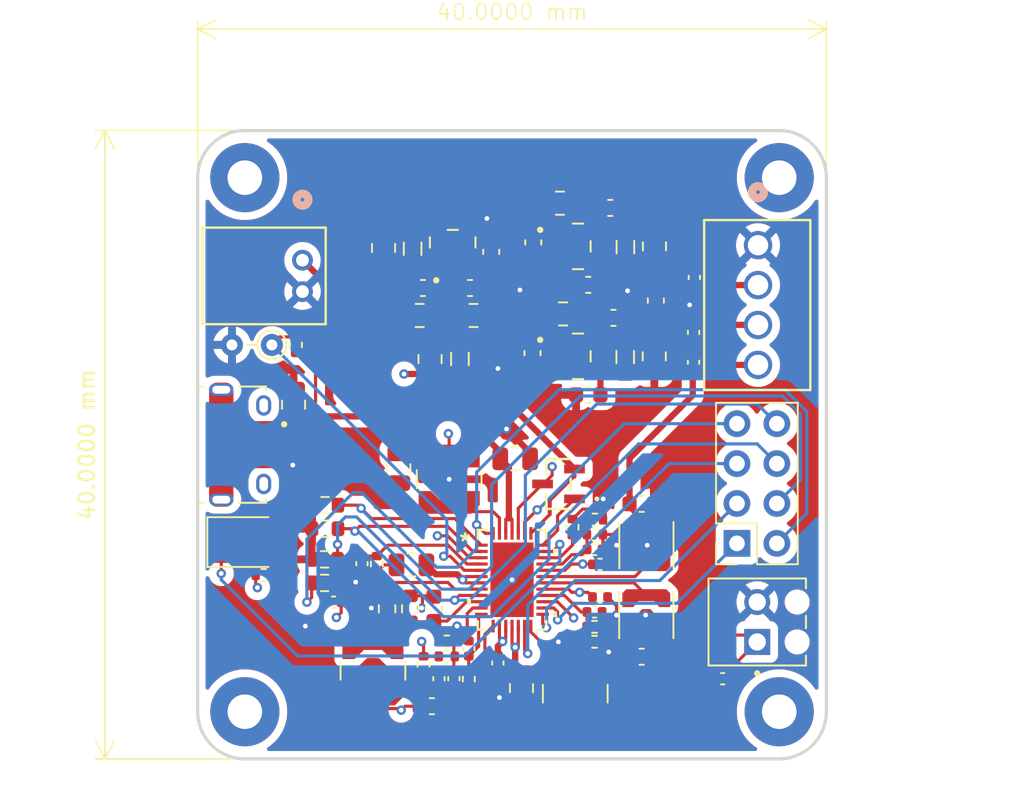
<source format=kicad_pcb>
(kicad_pcb (version 20241229) (generator "pcbnew") (generator_version "9.0")
  (layers (0 "F.Cu" signal) (4 "In1.Cu" signal) (6 "In2.Cu" signal) (2 "B.Cu" signal) (13 "F.Paste" user) (15 "B.Paste" user) (5 "F.SilkS" user "F.Silkscreen") (7 "B.SilkS" user "B.Silkscreen") (1 "F.Mask" user) (3 "B.Mask" user) (25 "Edge.Cuts" user))
  (net 0 "")
  (net 1 "GND")
  (net 2 "/PWRIN")
  (net 3 "/CLPROG")
  (net 4 "/VC3")
  (net 5 "/FB3")
  (net 6 "Net-(C5-Pad1)")
  (net 7 "Net-(C6-Pad1)")
  (net 8 "/VIN1")
  (net 9 "+3V3HC")
  (net 10 "+5V")
  (net 11 "/FB4")
  (net 12 "/FB1")
  (net 13 "/FB2")
  (net 14 "-5V")
  (net 15 "Net-(U2-CFLY+)")
  (net 16 "Net-(U2-CFLY-)")
  (net 17 "Net-(U2-IN)")
  (net 18 "Net-(U4-NR)")
  (net 19 "Net-(U3-NR{slash}FB)")
  (net 20 "-2V5")
  (net 21 "+2V5")
  (net 22 "Net-(U2-OUT)")
  (net 23 "Net-(U3-OUT)")
  (net 24 "Net-(U4-OUT)")
  (net 25 "Net-(D1-A)")
  (net 26 "/NCHRG")
  (net 27 "/MODE")
  (net 28 "/ILIM1")
  (net 29 "/NFAULT")
  (net 30 "/EN1")
  (net 31 "/EN3")
  (net 32 "/EN2")
  (net 33 "/EN4")
  (net 34 "/ILIM0")
  (net 35 "/BAT")
  (net 45 "/SW")
  (net 46 "/SWAB3")
  (net 47 "/SWCD3")
  (net 48 "/SW1")
  (net 49 "/SW2")
  (net 50 "/SW4")
  (net 51 "/GATE")
  (net 52 "/LDO3V3")
  (net 53 "/NTC")
  (net 54 "/PROG")
  (net 55 "+3V3_UC")
  (net 56 "+3V3_AFE")
  (footprint "Capacitor_SMD:C_0603_1608Metric" (layer "F.Cu") (at 174.85 89.825 180)
    (property "Reference" "C24")
    (property "Value" "0u01")
  )
  (footprint "Capacitor_SMD:C_0805_2012Metric" (layer "F.Cu") (at 167.55 91.775)
    (property "Reference" "C23")
    (property "Value" "10u")
  )
  (footprint "Capacitor_SMD:C_0603_1608Metric" (layer "F.Cu") (at 176.25 84.925)
    (property "Reference" "C32")
    (property "Value" "2u2")
  )
  (footprint "Capacitor_SMD:C_0603_1608Metric" (layer "F.Cu") (at 178.25 103.767598)
    (property "Reference" "C14")
    (property "Value" "10u")
  )
  (footprint "Capacitor_SMD:C_0402_1005Metric" (layer "F.Cu") (at 175.6 107.617598 180)
    (property "Reference" "C16")
    (property "Value" "1u")
  )
  (footprint "LED_SMD:LED_1210_3225Metric" (layer "F.Cu") (at 152.9 106.2)
    (property "Reference" "D1")
    (property "Value" "RED")
  )
  (footprint "Capacitor_SMD:C_0805_2012Metric" (layer "F.Cu") (at 173.05 84.625 180)
    (property "Reference" "C34")
    (property "Value" "10u")
  )
  (footprint "Resistor_SMD:R_0402_1005Metric" (layer "F.Cu") (at 175.25 111.597598 180)
    (property "Reference" "R19")
    (property "Value" "324K")
  )
  (footprint "MountingHole:MountingHole_2.2mm_M2_Pad_TopBottom" (layer "F.Cu") (at 187 117)
    (property "Reference" "REF**" (hide yes))
    (property "Value" "MountingHole_2.2mm_M2_Pad_TopBottom")
  )
  (footprint "Capacitor_SMD:C_0805_2012Metric" (layer "F.Cu") (at 161.825 87.475 -90)
    (property "Reference" "C38")
    (property "Value" "10u")
  )
  (footprint "Inductor_SMD:L_0805_2012Metric" (layer "F.Cu") (at 166.685 94.55 90)
    (property "Reference" "L6")
    (property "Value" "3u3")
  )
  (footprint "Resistor_SMD:R_0603_1608Metric" (layer "F.Cu") (at 158.1 103.85 180)
    (property "Reference" "R5")
    (property "Value" "10K")
  )
  (footprint "Inductor_SMD:L_Coilcraft_LPS4018" (layer "F.Cu") (at 174.023801 115.847598 -90)
    (property "Reference" "L2")
    (property "Value" "2u2")
  )
  (footprint "Capacitor_SMD:C_0805_2012Metric" (layer "F.Cu") (at 163.6 107.65 180)
    (property "Reference" "C13")
    (property "Value" "22u")
  )
  (footprint "Capacitor_SMD:C_0603_1608Metric" (layer "F.Cu") (at 176.45 91.925)
    (property "Reference" "C31")
    (property "Value" "2u2")
  )
  (footprint "Capacitor_SMD:C_0402_1005Metric" (layer "F.Cu") (at 167.25 112.98 90)
    (property "Reference" "C4")
    (property "Value" "10p")
  )
  (footprint "Resistor_SMD:R_0402_1005Metric" (layer "F.Cu") (at 173.85 105.25 90)
    (property "Reference" "R4")
    (property "Value" "2K")
  )
  (footprint "power_manager:S2B-PH-K-S" (layer "F.Cu") (at 156.6674 88.2549 -90)
    (property "Reference" "J3")
    (property "Value" "S2B-PH-K-SLFSN")
  )
  (footprint "Capacitor_SMD:C_0402_1005Metric" (layer "F.Cu") (at 183.4 114.9 180)
    (property "Reference" "C1")
    (property "Value" "1u")
  )
  (footprint "MountingHole:MountingHole_2.2mm_M2_Pad_TopBottom" (layer "F.Cu") (at 153 83)
    (property "Reference" "REF**" (hide yes))
    (property "Value" "MountingHole_2.2mm_M2_Pad_TopBottom")
  )
  (footprint "Connector_PinSocket_2.54mm:PinSocket_2x04_P2.54mm_Vertical" (layer "F.Cu") (at 184.31 106.28295 180)
    (property "Reference" "J2")
    (property "Value" "Conn_02x04_Odd_Even")
  )
  (footprint "Inductor_SMD:L_Coilcraft_LPS3010" (layer "F.Cu") (at 178.55 106.397598 90)
    (property "Reference" "L3")
    (property "Value" "4u7")
  )
  (footprint "Capacitor_SMD:C_0805_2012Metric" (layer "F.Cu") (at 156.1 97.45 90)
    (property "Reference" "C40")
    (property "Value" "10u")
  )
  (footprint "Capacitor_SMD:C_0805_2012Metric" (layer "F.Cu") (at 179.05 94.375 -90)
    (property "Reference" "C36")
    (property "Value" "10u")
  )
  (footprint "Capacitor_SMD:C_0402_1005Metric" (layer "F.Cu") (at 158.65 110.025 180)
    (property "Reference" "C41")
    (property "Value" "1u")
  )
  (footprint "power_manager:1725656" (layer "F.Cu") (at 188.7 114.0575 90)
    (property "Reference" "J1")
    (property "Value" "1725656" (hide yes))
  )
  (footprint "power_manager:LTC3586EUFE_PBF" (layer "F.Cu") (at 170 108.597598)
    (property "Reference" "U1")
    (property "Value" "LTC3586EUFE-PBF")
  )
  (footprint "Resistor_THT:R_Axial_DIN0204_L3.6mm_D1.6mm_P2.54mm_Vertical" (layer "F.Cu") (at 154.72 93.65 180)
    (property "Reference" "TH1")
    (property "Value" "NTC")
  )
  (footprint "Inductor_SMD:L_Coilcraft_LPS4018" (layer "F.Cu") (at 161.15 114.4 90)
    (property "Reference" "L5")
    (property "Value" "2u2")
  )
  (footprint "Capacitor_SMD:C_0402_1005Metric" (layer "F.Cu") (at 166.3 114.9 90)
    (property "Reference" "C5")
    (property "Value" "330p")
  )
  (footprint "Capacitor_SMD:C_0402_1005Metric" (layer "F.Cu") (at 181.55 92.85 -90)
    (property "Reference" "C28")
    (property "Value" "1u")
  )
  (footprint "Capacitor_SMD:C_0805_2012Metric" (layer "F.Cu") (at 164.125 91.775 180)
    (property "Reference" "C30")
    (property "Value" "10u")
  )
  (footprint "Capacitor_SMD:C_0402_1005Metric" (layer "F.Cu") (at 160.45 107.575 -90)
    (property "Reference" "C3")
    (property "Value" "0u1")
  )
  (footprint "Resistor_SMD:R_0603_1608Metric" (layer "F.Cu") (at 163.525 110.45 -90)
    (property "Reference" "R15")
    (property "Value" "88K7")
  )
  (footprint "Capacitor_SMD:C_0805_2012Metric" (layer "F.Cu") (at 164.785 94.55 90)
    (property "Reference" "C19")
    (property "Value" "10u")
  )
  (footprint "Resistor_SMD:R_0603_1608Metric" (layer "F.Cu") (at 158.1 105.35 180)
    (property "Reference" "R6")
    (property "Value" "10K")
  )
  (footprint "Resistor_SMD:R_0402_1005Metric" (layer "F.Cu") (at 164.37 113.98 -90)
    (property "Reference" "R13")
    (property "Value" "121K")
  )
  (footprint "power_manager:TPS60403DBVR" (layer "F.Cu") (at 166.225 87.125 90)
    (property "Reference" "U2")
    (property "Value" "TPS60403DBVR")
  )
  (footprint "Capacitor_SMD:C_0603_1608Metric" (layer "F.Cu") (at 174.85 96.825 180)
    (property "Reference" "C25")
    (property "Value" "1u")
  )
  (footprint "Resistor_SMD:R_0402_1005Metric" (layer "F.Cu") (at 175.275 105.717598 180)
    (property "Reference" "R17")
    (property "Value" "324K")
  )
  (footprint "power_manager:SI2333DDS-T1-GE3" (layer "F.Cu") (at 172.9579 102.5 90)
    (property "Reference" "MOSFET1")
    (property "Value" "SI2333DDS-T1-GE3")
  )
  (footprint "Resistor_SMD:R_0402_1005Metric" (layer "F.Cu") (at 154.2 108.3)
    (property "Reference" "R14")
    (property "Value" "510R")
  )
  (footprint "Capacitor_SMD:C_0402_1005Metric" (layer "F.Cu") (at 175.6 109.697598 180)
    (property "Reference" "C17")
    (property "Value" "1u")
  )
  (footprint "power_manager:10118194-0001LF" (layer "F.Cu") (at 151.5 100 -90)
    (property "Reference" "J5")
    (property "Value" "10118194-0001LF")
  )
  (footprint "Capacitor_SMD:C_0603_1608Metric" (layer "F.Cu") (at 164.325 90.025 180)
    (property "Reference" "C35")
    (property "Value" "1u")
  )
  (footprint "Capacitor_SMD:C_0805_2012Metric" (layer "F.Cu") (at 162.8 101.5 -90)
    (property "Reference" "C7")
    (property "Value" "22u")
  )
  (footprint "Inductor_SMD:L_0805_2012Metric" (layer "F.Cu") (at 177.2 94.425 90)
    (property "Reference" "L7")
    (property "Value" "3u3")
  )
  (footprint "Capacitor_SMD:C_0603_1608Metric" (layer "F.Cu") (at 164.9 116.65)
    (property "Reference" "C18")
    (property "Value" "10u")
  )
  (footprint "Capacitor_SMD:C_0805_2012Metric" (layer "F.Cu") (at 173.25 91.675 180)
    (property "Reference" "C33")
    (property "Value" "10u")
  )
  (footprint "power_manager:TPS72325DBVR" (layer "F.Cu") (at 174.2 87.375)
    (property "Reference" "U4")
    (property "Value" "TPS72325DBVR")
  )
  (footprint "Capacitor_SMD:C_0603_1608Metric" (layer "F.Cu") (at 168.675 87.725 90)
    (property "Reference" "C21")
    (property "Value" "1u")
  )
  (footprint "Capacitor_SMD:C_0603_1608Metric" (layer "F.Cu") (at 179.15 90.825 90)
    (property "Reference" "C39")
    (property "Value" "0u1")
  )
  (footprint "Resistor_SMD:R_0603_1608Metric" (layer "F.Cu") (at 162.05 110.45 90)
    (property "Reference" "R16")
    (property "Value" "16K9")
  )
  (footprint "Inductor_SMD:L_Coilcraft_LPS4018" (layer "F.Cu") (at 166 102.2 90)
    (property "Reference" "L1")
    (property "Value" "3u3")
  )
  (footprint "Capacitor_SMD:C_0805_2012Metric" (layer "F.Cu") (at 170.6 115.497598 -90)
    (property "Reference" "C8")
    (property "Value" "22u")
  )
  (footprint "Capacitor_SMD:C_0805_2012Metric" (layer "F.Cu") (at 170.2 100.9)
    (property "Reference" "C2")
    (property "Value" "22u")
  )
  (footprint "MountingHole:MountingHole_2.2mm_M2_Pad_TopBottom" (layer "F.Cu") (at 187 83)
    (property "Reference" "REF**" (hide yes))
    (property "Value" "MountingHole_2.2mm_M2_Pad_TopBottom")
  )
  (footprint "Capacitor_SMD:C_0402_1005Metric" (layer "F.Cu") (at 175.255 106.667598 180)
    (property "Reference" "C11")
    (property "Value" "10p")
  )
  (footprint "Capacitor_SMD:C_0805_2012Metric" (layer "F.Cu") (at 179.0625 87.375 90)
    (property "Reference" "C37")
    (property "Value" "10u")
  )
  (footprint "Capacitor_SMD:C_0603_1608Metric" (layer "F.Cu") (at 171.3 94.175 -90)
    (property "Reference" "C22")
    (property "Value" "1u")
  )
  (footprint "Resistor_SMD:R_0402_1005Metric" (layer "F.Cu") (at 175.25 112.547598)
    (property "Reference" "R20")
    (property "Value" "105K")
  )
  (footprint "Capacitor_SMD:C_0402_1005Metric" (layer "F.Cu") (at 169.1 113.897598 90)
    (property "Reference" "C9")
    (property "Value" "2u2")
  )
  (footprint "power_manager:OSTVN04A150" (layer "F.Cu") (at 185.651199 87.3 -90)
    (property "Reference" "J4")
    (property "Value" "OSTVN04A150")
  )
  (footprint "Resistor_SMD:R_0402_1005Metric" (layer "F.Cu") (at 167.25 114.92 -90)
    (property "Reference" "R10")
    (property "Value" "15K")
  )
  (footprint "Resistor_SMD:R_0603_1608Metric" (layer "F.Cu") (at 158.075 107.3 180)
    (property "Reference" "R7")
    (property "Value" "10K")
  )
  (footprint "Resistor_SMD:R_0402_1005Metric" (layer "F.Cu") (at 161.4 107.6 -90)
    (property "Reference" "R8")
    (property "Value" "2K94")
  )
  (footprint "Capacitor_SMD:C_0402_1005Metric" (layer "F.Cu") (at 165.35 114.9 90)
    (property "Reference" "C6")
    (property "Value" "33p")
  )
  (footprint "Capacitor_SMD:C_0603_1608Metric" (layer "F.Cu") (at 165.025 110.45 -90)
    (property "Reference" "C10")
    (property "Value" "10p")
  )
  (footprint "Resistor_SMD:R_0603_1608Metric" (layer "F.Cu") (at 158.075 108.8 180)
    (property "Reference" "R9")
    (property "Value" "10K")
  )
  (footprint "Capacitor_SMD:C_0402_1005Metric" (layer "F.Cu") (at 181.6 89.35 90)
    (property "Reference" "C29")
    (property "Value" "1u")
  )
  (footprint "Inductor_SMD:L_Coilcraft_LPS3010" (layer "F.Cu") (at 178.542598 110.85 -90)
    (property "Reference" "L4")
    (property "Value" "4u7")
  )
  (footprint "Capacitor_SMD:C_0603_1608Metric" (layer "F.Cu") (at 167.325 90.025)
    (property "Reference" "C26")
    (property "Value" "1u")
  )
  (footprint "Inductor_SMD:L_0805_2012Metric" (layer "F.Cu") (at 163.675 87.525 90)
    (property "Reference" "L9")
    (property "Value" "3u3")
  )
  (footprint "Resistor_SMD:R_0402_1005Metric" (layer "F.Cu") (at 156.25 93.65 90)
    (property "Reference" "R3")
    (property "Value" "100K")
  )
  (footprint "Capacitor_SMD:C_0603_1608Metric" (layer "F.Cu") (at 178.242598 113.5)
    (property "Reference" "C15")
    (property "Value" "10u")
  )
  (footprint "Resistor_SMD:R_0402_1005Metric" (layer "F.Cu") (at 175.275 104.767598)
    (property "Reference" "R18")
    (property "Value" "105K")
  )
  (footprint "MountingHole:MountingHole_2.2mm_M2_Pad_TopBottom" (layer "F.Cu") (at 153 117)
    (property "Reference" "REF**" (hide yes))
    (property "Value" "MountingHole_2.2mm_M2_Pad_TopBottom")
  )
  (footprint "power_manager:TPS73225DBVR" (layer "F.Cu") (at 174.2 94.375)
    (property "Reference" "U3")
    (property "Value" "TPS73225DBVR")
  )
  (footprint "Capacitor_SMD:C_0402_1005Metric" (layer "F.Cu") (at 181.55 94.75 90)
    (property "Reference" "C27")
    (property "Value" "1u")
  )
  (footprint "Resistor_SMD:R_0402_1005Metric" (layer "F.Cu") (at 165.85 112.53 180)
    (property "Reference" "R12")
    (property "Value" "105K")
  )
  (footprint "Inductor_SMD:L_0805_2012Metric" (layer "F.Cu") (at 177.2125 87.425 -90)
    (property "Reference" "L8")
    (property "Value" "3u3")
  )
  (footprint "Capacitor_SMD:C_0603_1608Metric" (layer "F.Cu") (at 171.35 87.125 90)
    (property "Reference" "C20")
    (property "Value" "2u2")
  )
  (footprint "Capacitor_SMD:C_0402_1005Metric" (layer "F.Cu") (at 175.25 110.647598 180)
    (property "Reference" "C12")
    (property "Value" "10p")
  )
  (footprint "Resistor_SMD:R_0402_1005Metric" (layer "F.Cu") (at 165.85 113.48)
    (property "Reference" "R11")
    (property "Value" "324K")
  )
  (gr_line (start 153 120) (end 187 120) (stroke (width 0.2)) (layer "Edge.Cuts"))
  (gr_arc (start 150 83) (mid 150.87868 80.87868) (end 153 80) (stroke (width 0.2)) (layer "Edge.Cuts"))
  (gr_arc (start 190 117) (mid 189.12132 119.12132) (end 187 120) (stroke (width 0.2)) (layer "Edge.Cuts"))
  (gr_line (start 190 117) (end 190 83) (stroke (width 0.2)) (layer "Edge.Cuts"))
  (gr_line (start 150 83) (end 150 117) (stroke (width 0.2)) (layer "Edge.Cuts"))
  (gr_arc (start 153 120) (mid 150.87868 119.12132) (end 150 117) (stroke (width 0.2)) (layer "Edge.Cuts"))
  (gr_line (start 187 80) (end 153 80) (stroke (width 0.2)) (layer "Edge.Cuts"))
  (gr_arc (start 187 80) (mid 189.12132 80.87868) (end 190 83) (stroke (width 0.2)) (layer "Edge.Cuts"))
  (dimension (type aligned) (layer "F.SilkS") (pts (xy 150 100) (xy 190 100)) (height -26.45) (format (prefix "") (suffix "") (units 3) (units_format 1) (precision 4)) (style (thickness 0.1) (arrow_length 1.27) (text_position_mode 0) (arrow_direction outward) (extension_height 0.58642) (extension_offset 0.5) (keep_text_aligned yes)) (gr_text "40.0000 mm" (at 170 72.45 0) (layer "F.SilkS") (effects (font (size 1 1) (thickness 0.1)))))
  (dimension (type aligned) (layer "F.SilkS") (pts (xy 170 80) (xy 170 120)) (height 25.899999) (format (prefix "") (suffix "") (units 3) (units_format 1) (precision 4)) (style (thickness 0.1) (arrow_length 1.27) (text_position_mode 0) (arrow_direction outward) (extension_height 0.58642) (extension_offset 0.5) (keep_text_aligned yes)) (gr_text "40.0000 mm" (at 142.950001 100 90) (layer "F.SilkS") (effects (font (size 1 1) (thickness 0.15)))))
  (segment (start 162.05 109.625) (end 161.825 109.625) (width 0.2) (layer "F.Cu") (net 1))
  (segment (start 161.4 108.11) (end 160.505 108.11) (width 0.2) (layer "F.Cu") (net 1))
  (segment (start 171.15 100.9) (end 171.15 100.5) (width 0.4) (layer "F.Cu") (net 1))
  (segment (start 161.825 109.625) (end 161.05 110.4) (width 0.2) (layer "F.Cu") (net 1))
  (segment (start 158.17 110.025) (end 158.17 110.23) (width 0.2) (layer "F.Cu") (net 1))
  (segment (start 176.08 109.697598) (end 176.65 110.267598) (width 0.2) (layer "F.Cu") (net 1))
  (segment (start 165.34 112.53) (end 166.32 111.55) (width 0.2) (layer "F.Cu") (net 1))
  (segment (start 175.785 104.767598) (end 175.785 103.465) (width 0.2) (layer "F.Cu") (net 1))
  (segment (start 171.15 100.5) (end 169.65 99) (width 0.4) (layer "F.Cu") (net 1))
  (segment (start 166.32 111.55) (end 166.5 111.55) (width 0.2) (layer "F.Cu") (net 1))
  (segment (start 176.65 106.4) (end 176.65 107.047598) (width 0.2) (layer "F.Cu") (net 1))
  (segment (start 173.85 104.74) (end 174.49 104.1) (width 0.2) (layer "F.Cu") (net 1))
  (segment (start 171.3 94.95) (end 171.875 94.375) (width 0.4) (layer "F.Cu") (net 1))
  (segment (start 154.175 101.3) (end 156.05 101.3) (width 0.2) (layer "F.Cu") (net 1))
  (segment (start 175.15 104.1) (end 175.8 103.45) (width 0.2) (layer "F.Cu") (net 1))
  (segment (start 160.45 108.055) (end 160.45 108.35) (width 0.2) (layer "F.Cu") (net 1))
  (segment (start 175.76 112.547598) (end 175.76 112.81) (width 0.2) (layer "F.Cu") (net 1))
  (segment (start 176.65 107.047598) (end 176.08 107.617598) (width 0.2) (layer "F.Cu") (net 1))
  (segment (start 174.49 104.1) (end 175.15 104.1) (width 0.2) (layer "F.Cu") (net 1))
  (segment (start 175.785 103.465) (end 175.8 103.45) (width 0.2) (layer "F.Cu") (net 1))
  (segment (start 171.875 94.375) (end 172.945 94.375) (width 0.4) (layer "F.Cu") (net 1))
  (segment (start 160.45 108.35) (end 160.05 108.75) (width 0.2) (layer "F.Cu") (net 1))
  (segment (start 162.65 107.65) (end 161.86 107.65) (width 0.2) (layer "F.Cu") (net 1))
  (segment (start 175.76 112.81) (end 176.15 113.2) (width 0.2) (layer "F.Cu") (net 1))
  (segment (start 160.505 108.11) (end 160.45 108.055) (width 0.2) (layer "F.Cu") (net 1))
  (segment (start 158.17 110.23) (end 156.85 111.55) (width 0.2) (layer "F.Cu") (net 1))
  (segment (start 176.65 110.267598) (end 176.65 110.85) (width 0.2) (layer "F.Cu") (net 1))
  (segment (start 161.86 107.65) (end 161.4 108.11) (width 0.2) (layer "F.Cu") (net 1))
  (via (at 169.1 95.15) (size 0.6) (drill 0.3) (layers "F.Cu" "B.Cu") (net 1))
  (via (at 170.5 90.15) (size 0.6) (drill 0.3) (layers "F.Cu" "B.Cu") (net 1))
  (via (at 176.65 110.85) (size 0.6) (drill 0.3) (layers "F.Cu" "B.Cu") (net 1))
  (via (at 178.6 106.4) (size 0.6) (drill 0.3) (layers "F.Cu" "B.Cu") (net 1))
  (via (at 168.4 85.6) (size 0.6) (drill 0.3) (layers "F.Cu" "B.Cu") (net 1))
  (via (at 156.85 111.55) (size 0.6) (drill 0.3) (layers "F.Cu" "B.Cu") (net 1))
  (via (at 175.8 103.45) (size 0.6) (drill 0.3) (layers "F.Cu" "B.Cu") (net 1))
  (via (at 176.65 106.4) (size 0.6) (drill 0.3) (layers "F.Cu" "B.Cu") (net 1))
  (via (at 160.05 108.75) (size 0.6) (drill 0.3) (layers "F.Cu" "B.Cu") (net 1))
  (via (at 166 102.2) (size 0.6) (drill 0.3) (layers "F.Cu" "B.Cu") (net 1))
  (via (at 178.5 110.85) (size 0.6) (drill 0.3) (layers "F.Cu" "B.Cu") (net 1))
  (via (at 170 108.597598) (size 0.6) (drill 0.3) (layers "F.Cu" "B.Cu") (net 1))
  (via (at 169.2 116.1) (size 0.6) (drill 0.3) (layers "F.Cu" "B.Cu") (net 1))
  (via (at 169.65 99) (size 0.6) (drill 0.3) (layers "F.Cu" "B.Cu") (net 1))
  (via (at 181.3 91.1) (size 0.6) (drill 0.3) (layers "F.Cu" "B.Cu") (net 1))
  (via (at 177.35 90.2) (size 0.6) (drill 0.3) (layers "F.Cu" "B.Cu") (net 1))
  (via (at 166.5 111.55) (size 0.6) (drill 0.3) (layers "F.Cu" "B.Cu") (net 1))
  (via (at 161.05 110.4) (size 0.6) (drill 0.3) (layers "F.Cu" "B.Cu") (net 1))
  (via (at 156.05 101.3) (size 0.6) (drill 0.3) (layers "F.Cu" "B.Cu") (net 1))
  (via (at 176.15 113.2) (size 0.6) (drill 0.3) (layers "F.Cu" "B.Cu") (net 1))
  (via (at 172.95 112.55) (size 0.6) (drill 0.3) (layers "F.Cu" "B.Cu") (net 1))
  (segment (start 169.95 104.7) (end 170 104.75) (width 0.2) (layer "F.Cu") (net 2))
  (segment (start 155.8 98.7) (end 156.1 98.4) (width 0.4) (layer "F.Cu") (net 2))
  (segment (start 166.98 98.2) (end 156.3 98.2) (width 0.4) (layer "F.Cu") (net 2))
  (segment (start 169.5 101.15) (end 169.5 100.72) (width 0.4) (layer "F.Cu") (net 2))
  (segment (start 156.1 98.4) (end 156.35 98.4) (width 0.2) (layer "F.Cu") (net 2))
  (segment (start 157.5 95.15) (end 156.51 94.16) (width 0.2) (layer "F.Cu") (net 2))
  (segment (start 169.5 100.72) (end 166.98 98.2) (width 0.4) (layer "F.Cu") (net 2))
  (segment (start 154.175 98.7) (end 155.8 98.7) (width 0.4) (layer "F.Cu") (net 2))
  (segment (start 157.5 97.25) (end 157.5 95.15) (width 0.2) (layer "F.Cu") (net 2))
  (segment (start 156.35 98.4) (end 157.5 97.25) (width 0.2) (layer "F.Cu") (net 2))
  (segment (start 169.600001 105.645196) (end 169.600001 104.749999) (width 0.2) (layer "F.Cu") (net 2))
  (segment (start 156.51 94.16) (end 156.25 94.16) (width 0.2) (layer "F.Cu") (net 2))
  (segment (start 169.8 101.45) (end 169.5 101.15) (width 0.4) (layer "F.Cu") (net 2))
  (segment (start 169.8 104.7) (end 169.95 104.7) (width 0.2) (layer "F.Cu") (net 2))
  (segment (start 169.8 104.7) (end 169.8 101.45) (width 0.4) (layer "F.Cu") (net 2))
  (segment (start 156.3 98.2) (end 156.1 98.4) (width 0.4) (layer "F.Cu") (net 2))
  (segment (start 169.65 104.7) (end 169.8 104.7) (width 0.2) (layer "F.Cu") (net 2))
  (segment (start 170 104.75) (end 170 105.645196) (width 0.2) (layer "F.Cu") (net 2))
  (segment (start 169.600001 104.749999) (end 169.65 104.7) (width 0.2) (layer "F.Cu") (net 2))
  (segment (start 168.047601 107.597597) (end 167.128427 107.597597) (width 0.2) (layer "F.Cu") (net 3))
  (segment (start 167.128427 107.597597) (end 165.93083 106.4) (width 0.2) (layer "F.Cu") (net 3))
  (segment (start 160.455 107.09) (end 160.45 107.095) (width 0.2) (layer "F.Cu") (net 3))
  (segment (start 161.4 107.09) (end 160.455 107.09) (width 0.2) (layer "F.Cu") (net 3))
  (segment (start 165.93083 106.4) (end 162.09 106.4) (width 0.2) (layer "F.Cu") (net 3))
  (segment (start 162.09 106.4) (end 161.4 107.09) (width 0.2) (layer "F.Cu") (net 3))
  (segment (start 167.25 113.46) (end 167.873801 112.836199) (width 0.2) (layer "F.Cu") (net 4))
  (segment (start 167.25 114.41) (end 167.25 113.46) (width 0.2) (layer "F.Cu") (net 4))
  (segment (start 167.873801 110.971399) (end 168.047601 110.797599) (width 0.2) (layer "F.Cu") (net 4))
  (segment (start 167.873801 112.836199) (end 167.873801 110.971399) (width 0.2) (layer "F.Cu") (net 4))
  (segment (start 166.3 112.59) (end 166.36 112.53) (width 0.2) (layer "F.Cu") (net 5))
  (segment (start 167.25 112.5) (end 166.39 112.5) (width 0.2) (layer "F.Cu") (net 5))
  (segment (start 165.35 114.42) (end 166.3 114.42) (width 0.2) (layer "F.Cu") (net 5))
  (segment (start 167.15 112.4) (end 167.15 110.75) (width 0.2) (layer "F.Cu") (net 5))
  (segment (start 166.3 114.42) (end 166.3 112.59) (width 0.2) (layer "F.Cu") (net 5))
  (segment (start 167.502403 110.397597) (end 168.047601 110.397597) (width 0.2) (layer "F.Cu") (net 5))
  (segment (start 167.25 112.5) (end 167.15 112.4) (width 0.2) (layer "F.Cu") (net 5))
  (segment (start 167.15 110.75) (end 167.502403 110.397597) (width 0.2) (layer "F.Cu") (net 5))
  (segment (start 166.39 112.5) (end 166.36 112.53) (width 0.2) (layer "F.Cu") (net 5))
  (segment (start 167.25 115.43) (end 166.35 115.43) (width 0.2) (layer "F.Cu") (net 6))
  (segment (start 165.26 115.38) (end 164.37 114.49) (width 0.2) (layer "F.Cu") (net 7))
  (segment (start 165.35 115.38) (end 165.26 115.38) (width 0.2) (layer "F.Cu") (net 7))
  (segment (start 169.600001 112.32777) (end 169.600001 111.55) (width 0.2) (layer "F.Cu") (net 8))
  (segment (start 162.85 116.8) (end 161.785 116.8) (width 0.2) (layer "F.Cu") (net 8))
  (segment (start 164.125 116.65) (end 163.2 116.65) (width 0.2) (layer "F.Cu") (net 8))
  (segment (start 174.3 109.4) (end 173.802095 109.4) (width 0.2) (layer "F.Cu") (net 8))
  (segment (start 173.917052 111.027079) (end 172.887571 109.997598) (width 0.2) (layer "F.Cu") (net 8))
  (segment (start 169.4 112.527771) (end 169.1 112.827771) (width 0.4) (layer "F.Cu") (net 8))
  (segment (start 175.102402 107.6) (end 175.12 107.617598) (width 0.2) (layer "F.Cu") (net 8))
  (segment (start 153.69 108.3) (end 153.69 108.99) (width 0.2) (layer "F.Cu") (net 8))
  (segment (start 169.1 112.827771) (end 169.1 113.417598) (width 0.4) (layer "F.Cu") (net 8))
  (segment (start 169.199999 112.32777) (end 169.199999 111.55) (width 0.2) (layer "F.Cu") (net 8))
  (segment (start 173.599692 109.197597) (end 171.952399 109.197597) (width 0.2) (layer "F.Cu") (net 8))
  (segment (start 170.399999 104.041901) (end 171.9419 102.5) (width 0.2) (layer "F.Cu") (net 8))
  (segment (start 166 100.435) (end 162.915 100.435) (width 0.2) (layer "F.Cu") (net 8))
  (segment (start 174.822402 109.4) (end 175.12 109.697598) (width 0.2) (layer "F.Cu") (net 8))
  (segment (start 169.4 112.527771) (end 169.600001 112.32777) (width 0.2) (layer "F.Cu") (net 8))
  (segment (start 161.785 116.8) (end 161.15 116.165) (width 0.2) (layer "F.Cu") (net 8))
  (segment (start 174.5 107.6) (end 173.765685 107.6) (width 0.2) (layer "F.Cu") (net 8))
  (segment (start 174.5 107.6) (end 175.102402 107.6) (width 0.2) (layer "F.Cu") (net 8))
  (segment (start 172 102.5) (end 172.55 101.95) (width 0.2) (layer "F.Cu") (net 8))
  (segment (start 173.368086 107.997599) (end 171.952399 107.997599) (width 0.2) (layer "F.Cu") (net 8))
  (segment (start 162.915 100.435) (end 162.8 100.55) (width 0.2) (layer "F.Cu") (net 8))
  (segment (start 170.399999 105.645196) (end 170.399999 104.041901) (width 0.2) (layer "F.Cu") (net 8))
  (segment (start 162.95 116.9) (end 162.85 116.8) (width 0.2) (layer "F.Cu") (net 8))
  (segment (start 169.4 112.527771) (end 169.199999 112.32777) (width 0.2) (layer "F.Cu") (net 8))
  (segment (start 166 99.35) (end 165.95 99.3) (width 0.2) (layer "F.Cu") (net 8))
  (segment (start 163.2 116.65) (end 162.95 116.9) (width 0.2) (layer "F.Cu") (net 8))
  (segment (start 173.802095 109.4) (end 173.599692 109.197597) (width 0.2) (layer "F.Cu") (net 8))
  (segment (start 174.3 109.4) (end 174.822402 109.4) (width 0.2) (layer "F.Cu") (net 8))
  (segment (start 173.765685 107.6) (end 173.368086 107.997599) (width 0.2) (layer "F.Cu") (net 8))
  (segment (start 153.69 108.99) (end 153.8 109.1) (width 0.2) (layer "F.Cu") (net 8))
  (segment (start 171.9419 102.5) (end 172 102.5) (width 0.2) (layer "F.Cu") (net 8))
  (segment (start 172.55 101.95) (end 172.55 101.4) (width 0.2) (layer "F.Cu") (net 8))
  (segment (start 166 100.435) (end 166 99.35) (width 0.2) (layer "F.Cu") (net 8))
  (segment (start 172.887571 109.997598) (end 171.952399 109.997598) (width 0.2) (layer "F.Cu") (net 8))
  (via (at 172.55 101.4) (size 0.6) (drill 0.3) (layers "F.Cu" "B.Cu") (net 8))
  (via (at 153.8 109.1) (size 0.6) (drill 0.3) (layers "F.Cu" "B.Cu") (net 8))
  (via (at 174.5 107.6) (size 0.6) (drill 0.3) (layers "F.Cu" "B.Cu") (net 8))
  (via (at 162.95 116.9) (size 0.6) (drill 0.3) (layers "F.Cu" "B.Cu") (net 8))
  (via (at 173.917052 111.027079) (size 0.6) (drill 0.3) (layers "F.Cu" "B.Cu") (net 8))
  (via (at 169.4 112.527771) (size 0.6) (drill 0.3) (layers "F.Cu" "B.Cu") (net 8))
  (via (at 165.95 99.3) (size 0.6) (drill 0.3) (layers "F.Cu" "B.Cu") (net 8))
  (via (at 174.3 109.4) (size 0.6) (drill 0.3) (layers "F.Cu" "B.Cu") (net 8))
  (segment (start 170.2 112.897598) (end 170.2 114.147598) (width 0.4) (layer "F.Cu") (net 9))
  (segment (start 170 112.797598) (end 170.1 112.897598) (width 0.2) (layer "F.Cu") (net 9))
  (segment (start 165.34 113.48) (end 164.38 113.48) (width 0.2) (layer "F.Cu") (net 9))
  (segment (start 164.38 113.48) (end 164.37 113.47) (width 0.2) (layer "F.Cu") (net 9))
  (segment (start 170.2 114.147598) (end 170.6 114.547598) (width 0.4) (layer "F.Cu") (net 9))
  (segment (start 170.399999 112.797599) (end 170.3 112.897598) (width 0.2) (layer "F.Cu") (net 9))
  (segment (start 170 111.55) (end 170 112.797598) (width 0.2) (layer "F.Cu") (net 9))
  (segment (start 170.399999 111.55) (end 170.399999 112.797599) (width 0.2) (layer "F.Cu") (net 9))
  (segment (start 170.2 112.897598) (end 170.1 112.897598) (width 0.2) (layer "F.Cu") (net 9))
  (segment (start 164.37 112.65) (end 164.25 112.53) (width 0.2) (layer "F.Cu") (net 9))
  (segment (start 170.3 112.897598) (end 170.2 112.897598) (width 0.2) (layer "F.Cu") (net 9))
  (segment (start 164.37 113.47) (end 164.37 112.65) (width 0.2) (layer "F.Cu") (net 9))
  (via (at 164.25 112.53) (size 0.6) (drill 0.3) (layers "F.Cu" "B.Cu") (net 9))
  (via (at 170.2 112.897598) (size 0.6) (drill 0.3) (layers "F.Cu" "B.Cu") (net 9))
  (segment (start 166.685 95.6125) (end 164.8975 95.6125) (width 0.4) (layer "F.Cu") (net 10))
  (segment (start 167.055635 108.397598) (end 168.047601 108.397598) (width 0.2) (layer "F.Cu") (net 10))
  (segment (start 164.8975 95.6125) (end 164.785 95.5) (width 0.4) (layer "F.Cu") (net 10))
  (segment (start 164.3 109.625) (end 164.3 110.35) (width 0.2) (layer "F.Cu") (net 10))
  (segment (start 166.855635 108.597598) (end 167.055635 108.797598) (width 0.2) (layer "F.Cu") (net 10))
  (segment (start 164.3 109.625) (end 164.975 109.625) (width 0.2) (layer "F.Cu") (net 10))
  (segment (start 166.855635 108.597598) (end 166.508037 108.25) (width 0.4) (layer "F.Cu") (net 10))
  (segment (start 166.855635 108.597598) (end 167.055635 108.397598) (width 0.2) (layer "F.Cu") (net 10))
  (segment (start 166.508037 108.25) (end 165.15 108.25) (width 0.4) (layer "F.Cu") (net 10))
  (segment (start 163.525 109.625) (end 164.3 109.625) (width 0.2) (layer "F.Cu") (net 10))
  (segment (start 167.055635 108.797598) (end 168.047601 108.797598) (width 0.2) (layer "F.Cu") (net 10))
  (segment (start 164.785 95.5) (end 163.125 95.5) (width 0.4) (layer "F.Cu") (net 10))
  (segment (start 164.975 109.625) (end 165.025 109.675) (width 0.2) (layer "F.Cu") (net 10))
  (segment (start 164.3 110.35) (end 164.25 110.4) (width 0.2) (layer "F.Cu") (net 10))
  (segment (start 165.15 108.25) (end 164.55 107.65) (width 0.4) (layer "F.Cu") (net 10))
  (via (at 166.855635 108.597598) (size 0.6) (drill 0.3) (layers "F.Cu" "B.Cu") (net 10))
  (via (at 163.125 95.5) (size 0.6) (drill 0.3) (layers "F.Cu" "B.Cu") (net 10))
  (via (at 164.25 110.4) (size 0.6) (drill 0.3) (layers "F.Cu" "B.Cu") (net 10))
  (segment (start 167.100931 109.997598) (end 165.873529 111.225) (width 0.2) (layer "F.Cu") (net 11))
  (segment (start 162.05 111.275) (end 164.975 111.275) (width 0.2) (layer "F.Cu") (net 11))
  (segment (start 164.975 111.275) (end 165.025 111.225) (width 0.2) (layer "F.Cu") (net 11))
  (segment (start 168.047601 109.997598) (end 167.100931 109.997598) (width 0.2) (layer "F.Cu") (net 11))
  (segment (start 165.873529 111.225) (end 165.025 111.225) (width 0.2) (layer "F.Cu") (net 11))
  (segment (start 173.8 107) (end 174.442598 107) (width 0.2) (layer "F.Cu") (net 12))
  (segment (start 174.442598 107) (end 174.775 106.667598) (width 0.2) (layer "F.Cu") (net 12))
  (segment (start 173.202403 107.597597) (end 173.8 107) (width 0.2) (layer "F.Cu") (net 12))
  (segment (start 174.775 106.667598) (end 174.775 104.777598) (width 0.2) (layer "F.Cu") (net 12))
  (segment (start 171.952399 107.597597) (end 173.202403 107.597597) (width 0.2) (layer "F.Cu") (net 12))
  (segment (start 174.775 104.777598) (end 174.765 104.767598) (width 0.2) (layer "F.Cu") (net 12))
  (segment (start 174.77 112.517598) (end 174.74 112.547598) (width 0.2) (layer "F.Cu") (net 13))
  (segment (start 174.386101 110.647598) (end 174.77 110.647598) (width 0.2) (layer "F.Cu") (net 13))
  (segment (start 173.336102 109.597599) (end 174.386101 110.647598) (width 0.2) (layer "F.Cu") (net 13))
  (segment (start 171.952399 109.597599) (end 173.336102 109.597599) (width 0.2) (layer "F.Cu") (net 13))
  (segment (start 174.77 110.647598) (end 174.77 112.517598) (width 0.2) (layer "F.Cu") (net 13))
  (segment (start 163.675 85.05) (end 164.25 84.475) (width 0.4) (layer "F.Cu") (net 14))
  (segment (start 171.875 87.375) (end 171.35 87.9) (width 0.4) (layer "F.Cu") (net 14))
  (segment (start 161.8875 86.4625) (end 161.825 86.525) (width 0.4) (layer "F.Cu") (net 14))
  (segment (start 171.075 87.9) (end 171.35 87.9) (width 0.4) (layer "F.Cu") (net 14))
  (segment (start 172.945 88.325) (end 171.775 88.325) (width 0.4) (layer "F.Cu") (net 14))
  (segment (start 172.945 87.375) (end 171.875 87.375) (width 0.4) (layer "F.Cu") (net 14))
  (segment (start 169.8 85.525) (end 169.8 86.625) (width 0.4) (layer "F.Cu") (net 14))
  (segment (start 169.8 86.625) (end 171.075 87.9) (width 0.4) (layer "F.Cu") (net 14))
  (segment (start 163.675 86.4625) (end 163.675 85.05) (width 0.4) (layer "F.Cu") (net 14))
  (segment (start 168.75 84.475) (end 169.8 85.525) (width 0.4) (layer "F.Cu") (net 14))
  (segment (start 171.775 88.325) (end 171.35 87.9) (width 0.4) (layer "F.Cu") (net 14))
  (segment (start 164.25 84.475) (end 168.75 84.475) (width 0.4) (layer "F.Cu") (net 14))
  (segment (start 163.675 86.4625) (end 161.8875 86.4625) (width 0.4) (layer "F.Cu") (net 14))
  (segment (start 168.575 87.05) (end 166.455 87.05) (width 0.4) (layer "F.Cu") (net 15))
  (segment (start 168.675 86.95) (end 168.575 87.05) (width 0.4) (layer "F.Cu") (net 15))
  (segment (start 166.455 87.05) (end 165.275 85.87) (width 0.4) (layer "F.Cu") (net 15))
  (segment (start 167.295 88.5) (end 167.175 88.38) (width 0.4) (layer "F.Cu") (net 16))
  (segment (start 168.675 88.5) (end 167.295 88.5) (width 0.4) (layer "F.Cu") (net 16))
  (segment (start 173.549999 93.425) (end 172.945 93.425) (width 0.4) (layer "F.Cu") (net 17))
  (segment (start 166.685 93.4875) (end 166.685 90.16) (width 0.4) (layer "F.Cu") (net 17))
  (segment (start 174.15 94.025001) (end 173.549999 93.425) (width 0.4) (layer "F.Cu") (net 17))
  (segment (start 173.675 95.325) (end 174.15 94.85) (width 0.4) (layer "F.Cu") (net 17))
  (segment (start 166.225 89.7) (end 166.225 88.38) (width 0.4) (layer "F.Cu") (net 17))
  (segment (start 174.15 94.85) (end 174.15 94.025001) (width 0.4) (layer "F.Cu") (net 17))
  (segment (start 166.685 90.16) (end 166.55 90.025) (width 0.4) (layer "F.Cu") (net 17))
  (segment (start 166.685 93.4875) (end 171.2125 93.4875) (width 0.4) (layer "F.Cu") (net 17))
  (segment (start 166.55 90.025) (end 166.225 89.7) (width 0.4) (layer "F.Cu") (net 17))
  (segment (start 172.945 95.325) (end 173.675 95.325) (width 0.4) (layer "F.Cu") (net 17))
  (segment (start 171.3 93.4) (end 172.92 93.4) (width 0.4) (layer "F.Cu") (net 17))
  (segment (start 171.2125 93.4875) (end 171.3 93.4) (width 0.4) (layer "F.Cu") (net 17))
  (segment (start 172.92 93.4) (end 172.945 93.425) (width 0.4) (layer "F.Cu") (net 17))
  (segment (start 175.625 88.495) (end 175.455 88.325) (width 0.4) (layer "F.Cu") (net 18))
  (segment (start 175.625 89.825) (end 175.625 88.495) (width 0.4) (layer "F.Cu") (net 18))
  (segment (start 175.625 95.495) (end 175.455 95.325) (width 0.4) (layer "F.Cu") (net 19))
  (segment (start 175.625 96.825) (end 175.625 95.495) (width 0.4) (layer "F.Cu") (net 19))
  (segment (start 179.15 88.4125) (end 179.0625 88.325) (width 0.4) (layer "F.Cu") (net 20))
  (segment (start 178.9 88.4875) (end 179.0625 88.325) (width 0.4) (layer "F.Cu") (net 20))
  (segment (start 177.2125 88.4875) (end 178.9 88.4875) (width 0.4) (layer "F.Cu") (net 20))
  (segment (start 185.651199 89.84) (end 180.5775 89.84) (width 0.4) (layer "F.Cu") (net 20))
  (segment (start 180.5775 89.84) (end 179.0625 88.325) (width 0.4) (layer "F.Cu") (net 20))
  (segment (start 179.15 90.05) (end 179.15 88.4125) (width 0.4) (layer "F.Cu") (net 20))
  (segment (start 180.105 92.37) (end 179.05 93.425) (width 0.4) (layer "F.Cu") (net 21))
  (segment (start 179.15 93.325) (end 179.05 93.425) (width 0.4) (layer "F.Cu") (net 21))
  (segment (start 179.15 91.6) (end 179.15 93.325) (width 0.4) (layer "F.Cu") (net 21))
  (segment (start 185.651199 92.38) (end 185.641199 92.37) (width 0.4) (layer "F.Cu") (net 21))
  (segment (start 177.2 93.3625) (end 178.9875 93.3625) (width 0.4) (layer "F.Cu") (net 21))
  (segment (start 178.9875 93.3625) (end 179.05 93.425) (width 0.4) (layer "F.Cu") (net 21))
  (segment (start 185.641199 92.37) (end 180.105 92.37) (width 0.4) (layer "F.Cu") (net 21))
  (segment (start 165.1 90.025) (end 165.25 89.875) (width 0.4) (layer "F.Cu") (net 22))
  (segment (start 165.25 88.405) (end 165.275 88.38) (width 0.4) (layer "F.Cu") (net 22))
  (segment (start 165.075 90.05) (end 165.1 90.025) (width 0.4) (layer "F.Cu") (net 22))
  (segment (start 165.0675 88.5875) (end 165.275 88.38) (width 0.4) (layer "F.Cu") (net 22))
  (segment (start 165.075 91.775) (end 165.075 90.05) (width 0.4) (layer "F.Cu") (net 22))
  (segment (start 163.675 88.5875) (end 165.0675 88.5875) (width 0.4) (layer "F.Cu") (net 22))
  (segment (start 165.25 89.875) (end 165.25 88.405) (width 0.4) (layer "F.Cu") (net 22))
  (segment (start 175.455 93.425) (end 175.455 92.145) (width 0.4) (layer "F.Cu") (net 23))
  (segment (start 175.425 91.675) (end 175.675 91.925) (width 0.4) (layer "F.Cu") (net 23))
  (segment (start 175.455 93.7425) (end 177.2 95.4875) (width 0.4) (layer "F.Cu") (net 23))
  (segment (start 175.455 93.425) (end 175.455 93.7425) (width 0.4) (layer "F.Cu") (net 23))
  (segment (start 174.2 91.675) (end 175.425 91.675) (width 0.4) (layer "F.Cu") (net 23))
  (segment (start 175.455 92.145) (end 175.675 91.925) (width 0.4) (layer "F.Cu") (net 23))
  (segment (start 175.475 84.925) (end 174.3 84.925) (width 0.4) (layer "F.Cu") (net 24))
  (segment (start 175.455 86.425) (end 175.455 84.945) (width 0.4) (layer "F.Cu") (net 24))
  (segment (start 175.455 86.425) (end 177.15 86.425) (width 0.4) (layer "F.Cu") (net 24))
  (segment (start 177.15 86.425) (end 177.2125 86.3625) (width 0.4) (layer "F.Cu") (net 24))
  (segment (start 174.3 84.925) (end 174 84.625) (width 0.4) (layer "F.Cu") (net 24))
  (segment (start 175.455 84.945) (end 175.475 84.925) (width 0.4) (layer "F.Cu") (net 24))
  (segment (start 154.71 108.3) (end 154.71 106.61) (width 0.2) (layer "F.Cu") (net 25))
  (segment (start 154.71 106.61) (end 154.3 106.2) (width 0.2) (layer "F.Cu") (net 25))
  (segment (start 151.5 106.2) (end 151.5 108.2) (width 0.2) (layer "F.Cu") (net 26))
  (segment (start 173.042892 106.342892) (end 172.588185 106.797599) (width 0.2) (layer "F.Cu") (net 26))
  (segment (start 172.588185 106.797599) (end 171.952399 106.797599) (width 0.2) (layer "F.Cu") (net 26))
  (via (at 173.042892 106.342892) (size 0.6) (drill 0.3) (layers "F.Cu" "B.Cu") (net 26))
  (via (at 151.5 108.2) (size 0.6) (drill 0.3) (layers "F.Cu" "B.Cu") (net 26))
  (segment (start 151.5 108.6) (end 151.5 108.2) (width 0.2) (layer "B.Cu") (net 26))
  (segment (start 173.042892 107.407108) (end 167 113.45) (width 0.2) (layer "B.Cu") (net 26))
  (segment (start 167 113.45) (end 156.35 113.45) (width 0.2) (layer "B.Cu") (net 26))
  (segment (start 156.35 113.45) (end 151.5 108.6) (width 0.2) (layer "B.Cu") (net 26))
  (segment (start 173.042892 106.342892) (end 173.042892 107.407108) (width 0.2) (layer "B.Cu") (net 26))
  (segment (start 166.652401 109.597599) (end 168.047601 109.597599) (width 0.2) (layer "F.Cu") (net 27))
  (segment (start 158.9 106.35) (end 158.9 107.3) (width 0.2) (layer "F.Cu") (net 27))
  (segment (start 166.35 109.9) (end 166.652401 109.597599) (width 0.2) (layer "F.Cu") (net 27))
  (via (at 166.35 109.9) (size 0.6) (drill 0.3) (layers "F.Cu" "B.Cu") (net 27))
  (via (at 158.9 106.35) (size 0.6) (drill 0.3) (layers "F.Cu" "B.Cu") (net 27))
  (segment (start 158.9 106.35) (end 158.9 105.1) (width 0.2) (layer "B.Cu") (net 27))
  (segment (start 175.38705 97.41295) (end 170.85 101.95) (width 0.2) (layer "B.Cu") (net 27))
  (segment (start 185.6 97.41295) (end 175.38705 97.41295) (width 0.2) (layer "B.Cu") (net 27))
  (segment (start 158.9 105.1) (end 159.4 104.6) (width 0.2) (layer "B.Cu") (net 27))
  (segment (start 170.85 101.95) (end 170.85 106.35) (width 0.2) (layer "B.Cu") (net 27))
  (segment (start 165.401471 109.9) (end 166.35 109.9) (width 0.2) (layer "B.Cu") (net 27))
  (segment (start 167.3 109.9) (end 166.35 109.9) (width 0.2) (layer "B.Cu") (net 27))
  (segment (start 159.4 104.6) (end 160.101471 104.6) (width 0.2) (layer "B.Cu") (net 27))
  (segment (start 160.101471 104.6) (end 165.401471 109.9) (width 0.2) (layer "B.Cu") (net 27))
  (segment (start 170.85 106.35) (end 167.3 109.9) (width 0.2) (layer "B.Cu") (net 27))
  (segment (start 186.85 98.66295) (end 185.6 97.41295) (width 0.2) (layer "B.Cu") (net 27))
  (segment (start 159.85 105.35) (end 158.925 105.35) (width 0.2) (layer "F.Cu") (net 28))
  (segment (start 165.9 105.2) (end 166.35 105.65) (width 0.2) (layer "F.Cu") (net 28))
  (segment (start 160 105.5) (end 160.3 105.2) (width 0.2) (layer "F.Cu") (net 28))
  (segment (start 166.356101 105.65) (end 167.5037 106.797599) (width 0.2) (layer "F.Cu") (net 28))
  (segment (start 166.35 105.65) (end 166.356101 105.65) (width 0.2) (layer "F.Cu") (net 28))
  (segment (start 167.5037 106.797599) (end 168.047601 106.797599) (width 0.2) (layer "F.Cu") (net 28))
  (segment (start 160.3 105.2) (end 165.9 105.2) (width 0.2) (layer "F.Cu") (net 28))
  (segment (start 160 105.5) (end 159.85 105.35) (width 0.2) (layer "F.Cu") (net 28))
  (via (at 160 105.5) (size 0.6) (drill 0.3) (layers "F.Cu" "B.Cu") (net 28))
  (segment (start 160 105.5) (end 160.198529 105.5) (width 0.2) (layer "B.Cu") (net 28))
  (segment (start 185.59705 99.95) (end 186.85 101.20295) (width 0.2) (layer "B.Cu") (net 28))
  (segment (start 160.198529 105.5) (end 165.648529 110.95) (width 0.2) (layer "B.Cu") (net 28))
  (segment (start 168.7 110.95) (end 172.35 107.3) (width 0.2) (layer "B.Cu") (net 28))
  (segment (start 172.35 105.65) (end 178.05 99.95) (width 0.2) (layer "B.Cu") (net 28))
  (segment (start 178.05 99.95) (end 185.59705 99.95) (width 0.2) (layer "B.Cu") (net 28))
  (segment (start 172.35 107.3) (end 172.35 105.65) (width 0.2) (layer "B.Cu") (net 28))
  (segment (start 165.648529 110.95) (end 168.7 110.95) (width 0.2) (layer "B.Cu") (net 28))
  (segment (start 157.25 108.8) (end 157.25 109.725) (width 0.2) (layer "F.Cu") (net 29))
  (segment (start 167.75 105.1) (end 168.295196 105.645196) (width 0.2) (layer "F.Cu") (net 29))
  (segment (start 168.295196 105.645196) (end 168.8 105.645196) (width 0.2) (layer "F.Cu") (net 29))
  (segment (start 157.25 109.725) (end 156.95 110.025) (width 0.2) (layer "F.Cu") (net 29))
  (via (at 156.95 110.025) (size 0.6) (drill 0.3) (layers "F.Cu" "B.Cu") (net 29))
  (via (at 167.75 105.1) (size 0.6) (drill 0.3) (layers "F.Cu" "B.Cu") (net 29))
  (segment (start 165.2 107.8) (end 160.45 103.05) (width 0.2) (layer "B.Cu") (net 29))
  (segment (start 166.55 107.8) (end 165.2 107.8) (width 0.2) (layer "B.Cu") (net 29))
  (segment (start 188.751 97.8839) (end 188.751 104.38195) (width 0.2) (layer "B.Cu") (net 29))
  (segment (start 160.45 103.05) (end 159.9 103.05) (width 0.2) (layer "B.Cu") (net 29))
  (segment (start 159.9 103.05) (end 156.95 106) (width 0.2) (layer "B.Cu") (net 29))
  (segment (start 167.75 105.1) (end 167.75 101.749943) (width 0.2) (layer "B.Cu") (net 29))
  (segment (start 172.999943 96.5) (end 187.3671 96.5) (width 0.2) (layer "B.Cu") (net 29))
  (segment (start 188.751 104.38195) (end 186.85 106.28295) (width 0.2) (layer "B.Cu") (net 29))
  (segment (start 167.75 101.749943) (end 172.999943 96.5) (width 0.2) (layer "B.Cu") (net 29))
  (segment (start 187.3671 96.5) (end 188.751 97.8839) (width 0.2) (layer "B.Cu") (net 29))
  (segment (start 156.95 106) (end 156.95 110.025) (width 0.2) (layer "B.Cu") (net 29))
  (segment (start 167.75 106.6) (end 166.55 107.8) (width 0.2) (layer "B.Cu") (net 29))
  (segment (start 167.75 105.1) (end 167.75 106.6) (width 0.2) (layer "B.Cu") (net 29))
  (segment (start 171.952399 110.397597) (end 172.654397 110.397597) (width 0.2) (layer "F.Cu") (net 30))
  (segment (start 172.9 110.6432) (end 172.9 111.147598) (width 0.2) (layer "F.Cu") (net 30))
  (segment (start 172.654397 110.397597) (end 172.9 110.6432) (width 0.2) (layer "F.Cu") (net 30))
  (via (at 172.9 111.147598) (size 0.6) (drill 0.3) (layers "F.Cu" "B.Cu") (net 30))
  (segment (start 173.947598 110.1) (end 180.49295 110.1) (width 0.2) (layer "B.Cu") (net 30))
  (segment (start 180.49295 110.1) (end 184.31 106.28295) (width 0.2) (layer "B.Cu") (net 30))
  (segment (start 172.9 111.147598) (end 173.947598 110.1) (width 0.2) (layer "B.Cu") (net 30))
  (segment (start 170.800001 113.097599) (end 170.800001 111.55) (width 0.2) (layer "F.Cu") (net 31))
  (segment (start 171 113.297598) (end 170.800001 113.097599) (width 0.2) (layer "F.Cu") (net 31))
  (via (at 171 113.297598) (size 0.6) (drill 0.3) (layers "F.Cu" "B.Cu") (net 31))
  (segment (start 171 110.2) (end 179.99705 101.20295) (width 0.2) (layer "B.Cu") (net 31))
  (segment (start 171 113.297598) (end 171 110.2) (width 0.2) (layer "B.Cu") (net 31))
  (segment (start 179.99705 101.20295) (end 184.31 101.20295) (width 0.2) (layer "B.Cu") (net 31))
  (segment (start 171.952399 111.399997) (end 172.2 111.647598) (width 0.2) (layer "F.Cu") (net 32))
  (segment (start 171.952399 110.797599) (end 171.952399 111.399997) (width 0.2) (layer "F.Cu") (net 32))
  (via (at 172.2 111.647598) (size 0.6) (drill 0.3) (layers "F.Cu" "B.Cu") (net 32))
  (segment (start 179.40295 108.65) (end 184.31 103.74295) (width 0.2) (layer "B.Cu") (net 32))
  (segment (start 172.2 111.647598) (end 172.2 110.45) (width 0.2) (layer "B.Cu") (net 32))
  (segment (start 174 108.65) (end 179.40295 108.65) (width 0.2) (layer "B.Cu") (net 32))
  (segment (start 172.2 110.45) (end 174 108.65) (width 0.2) (layer "B.Cu") (net 32))
  (segment (start 170.800001 104.943195) (end 170.800001 105.645196) (width 0.2) (layer "F.Cu") (net 33))
  (segment (start 171.596598 104.146598) (end 170.800001 104.943195) (width 0.2) (layer "F.Cu") (net 33))
  (via (at 171.596598 104.146598) (size 0.6) (drill 0.3) (layers "F.Cu" "B.Cu") (net 33))
  (segment (start 171.653402 104.146598) (end 177.13705 98.66295) (width 0.2) (layer "B.Cu") (net 33))
  (segment (start 177.13705 98.66295) (end 184.31 98.66295) (width 0.2) (layer "B.Cu") (net 33))
  (segment (start 171.596598 104.146598) (end 171.653402 104.146598) (width 0.2) (layer "B.Cu") (net 33))
  (segment (start 166.355004 104.705) (end 161.055 104.705) (width 0.2) (layer "F.Cu") (net 34))
  (segment (start 160.4 104.05) (end 160.2 103.85) (width 0.2) (layer "F.Cu") (net 34))
  (segment (start 166.355004 104.705) (end 168.047601 106.397597) (width 0.2) (layer "F.Cu") (net 34))
  (segment (start 160.2 103.85) (end 158.925 103.85) (width 0.2) (layer "F.Cu") (net 34))
  (segment (start 161.055 104.705) (end 160.4 104.05) (width 0.2) (layer "F.Cu") (net 34))
  (via (at 160.4 104.05) (size 0.6) (drill 0.3) (layers "F.Cu" "B.Cu") (net 34))
  (segment (start 188.35 98.05) (end 188.35 102.24295) (width 0.2) (layer "B.Cu") (net 34))
  (segment (start 187.2 96.9) (end 188.35 98.05) (width 0.2) (layer "B.Cu") (net 34))
  (segment (start 168.7 102.55) (end 174.35 96.9) (width 0.2) (layer "B.Cu") (net 34))
  (segment (start 174.35 96.9) (end 187.2 96.9) (width 0.2) (layer "B.Cu") (net 34))
  (segment (start 188.35 102.24295) (end 186.85 103.74295) (width 0.2) (layer "B.Cu") (net 34))
  (segment (start 167.252402 109.197598) (end 168.7 107.75) (width 0.2) (layer "B.Cu") (net 34))
  (segment (start 168.7 107.75) (end 168.7 102.55) (width 0.2) (layer "B.Cu") (net 34))
  (segment (start 165.497598 109.197598) (end 167.252402 109.197598) (width 0.2) (layer "B.Cu") (net 34))
  (segment (start 160.4 104.1) (end 165.497598 109.197598) (width 0.2) (layer "B.Cu") (net 34))
  (segment (start 160.4 104.05) (end 160.4 104.1) (width 0.2) (layer "B.Cu") (net 34))
  (segment (start 172.4 104.445196) (end 172.4 103.53) (width 0.25) (layer "F.Cu") (net 35))
  (segment (start 159.225 96.235) (end 159.865 96.875) (width 0.4) (layer "F.Cu") (net 35))
  (segment (start 159.225 90.8125) (end 159.225 96.235) (width 0.4) (layer "F.Cu") (net 35))
  (segment (start 156.6674 88.2549) (end 159.225 90.8125) (width 0.4) (layer "F.Cu") (net 35))
  (segment (start 173.9039 102.0261) (end 173.9739 102.0261) (width 0.25) (layer "F.Cu") (net 35))
  (segment (start 172.4 103.53) (end 173.9039 102.0261) (width 0.25) (layer "F.Cu") (net 35))
  (segment (start 159.865 96.875) (end 169.298901 96.875) (width 0.4) (layer "F.Cu") (net 35))
  (segment (start 171.2 105.645196) (end 172.4 104.445196) (width 0.2) (layer "F.Cu") (net 35))
  (segment (start 169.298901 96.875) (end 173.9739 101.549999) (width 0.4) (layer "F.Cu") (net 35))
  (segment (start 173.9739 102.0261) (end 173.9739 101.549999) (width 0.25) (layer "F.Cu") (net 35))
  (segment (start 169.199999 105.645196) (end 169.199999 104.665685) (width 0.2) (layer "F.Cu") (net 45))
  (segment (start 169.199999 104.665685) (end 168.799314 104.265) (width 0.2) (layer "F.Cu") (net 45))
  (segment (start 166.3 104.265) (end 166 103.965) (width 0.2) (layer "F.Cu") (net 45))
  (segment (start 168.799314 104.265) (end 166.3 104.265) (width 0.2) (layer "F.Cu") (net 45))
  (segment (start 168.8 111.55) (end 168.273801 112.076199) (width 0.2) (layer "F.Cu") (net 46))
  (segment (start 169.388801 117.612598) (end 174.023801 117.612598) (width 0.2) (layer "F.Cu") (net 46))
  (segment (start 168.273801 116.497598) (end 169.388801 117.612598) (width 0.2) (layer "F.Cu") (net 46))
  (segment (start 168.273801 112.076199) (end 168.273801 116.497598) (width 0.2) (layer "F.Cu") (net 46))
  (segment (start 171.2 111.923797) (end 171.2 111.55) (width 0.2) (layer "F.Cu") (net 47))
  (segment (start 173.358801 114.082598) (end 171.2 111.923797) (width 0.2) (layer "F.Cu") (net 47))
  (segment (start 174.023801 114.082598) (end 173.358801 114.082598) (width 0.2) (layer "F.Cu") (net 47))
  (segment (start 171.952399 108.397598) (end 177.82 108.397598) (width 0.2) (layer "F.Cu") (net 48))
  (segment (start 177.82 108.397598) (end 178.55 107.667598) (width 0.2) (layer "F.Cu") (net 48))
  (segment (start 177.760196 108.797598) (end 171.952399 108.797598) (width 0.2) (layer "F.Cu") (net 49))
  (segment (start 178.542598 109.58) (end 177.760196 108.797598) (width 0.2) (layer "F.Cu") (net 49))
  (segment (start 160.4 109.45) (end 161.075465 108.774535) (width 0.2) (layer "F.Cu") (net 50))
  (segment (start 165.924535 108.774535) (end 166.347597 109.197597) (width 0.2) (layer "F.Cu") (net 50))
  (segment (start 166.347597 109.197597) (end 168.047601 109.197597) (width 0.2) (layer "F.Cu") (net 50))
  (segment (start 161.15 112.635) (end 160.4 111.885) (width 0.2) (layer "F.Cu") (net 50))
  (segment (start 161.075465 108.774535) (end 165.924535 108.774535) (width 0.2) (layer "F.Cu") (net 50))
  (segment (start 160.4 111.885) (end 160.4 109.45) (width 0.2) (layer "F.Cu") (net 50))
  (segment (start 172.9 105.449996) (end 172.9 104.523901) (width 0.2) (layer "F.Cu") (net 51))
  (segment (start 172.9 104.523901) (end 173.9739 103.450001) (width 0.2) (layer "F.Cu") (net 51))
  (segment (start 171.952399 106.397597) (end 172.9 105.449996) (width 0.2) (layer "F.Cu") (net 51))
  (segment (start 158.825 111) (end 159.13 110.695) (width 0.2) (layer "F.Cu") (net 52))
  (segment (start 158.9 108.8) (end 158.9 109.795) (width 0.2) (layer "F.Cu") (net 52))
  (segment (start 167.294114 107.197598) (end 168.047601 107.197598) (width 0.2) (layer "F.Cu") (net 52))
  (segment (start 165.25 105.8) (end 165.896516 105.8) (width 0.2) (layer "F.Cu") (net 52))
  (segment (start 165.896516 105.8) (end 167.294114 107.197598) (width 0.2) (layer "F.Cu") (net 52))
  (segment (start 158.9 109.795) (end 159.13 110.025) (width 0.2) (layer "F.Cu") (net 52))
  (segment (start 159.13 110.695) (end 159.13 110.025) (width 0.2) (layer "F.Cu") (net 52))
  (via (at 158.825 111) (size 0.6) (drill 0.3) (layers "F.Cu" "B.Cu") (net 52))
  (via (at 165.25 105.8) (size 0.6) (drill 0.3) (layers "F.Cu" "B.Cu") (net 52))
  (segment (start 166.962743 107.997599) (end 168.047601 107.997599) (width 0.2) (layer "F.Cu") (net 53))
  (segment (start 155.23 93.14) (end 154.72 93.65) (width 0.2) (layer "F.Cu") (net 53))
  (segment (start 165.65 107.1) (end 166.065144 107.1) (width 0.2) (layer "F.Cu") (net 53))
  (segment (start 166.065144 107.1) (end 166.962743 107.997599) (width 0.2) (layer "F.Cu") (net 53))
  (segment (start 156.25 93.14) (end 155.23 93.14) (width 0.2) (layer "F.Cu") (net 53))
  (via (at 165.65 107.1) (size 0.6) (drill 0.3) (layers "F.Cu" "B.Cu") (net 53))
  (segment (start 165.85 104.78) (end 154.72 93.65) (width 0.2) (layer "B.Cu") (net 53))
  (segment (start 165.85 106.9) (end 165.85 104.78) (width 0.2) (layer "B.Cu") (net 53))
  (segment (start 165.65 107.1) (end 165.85 106.9) (width 0.2) (layer "B.Cu") (net 53))
  (segment (start 173.85 106.384314) (end 173.85 105.76) (width 0.2) (layer "F.Cu") (net 54))
  (segment (start 173.036716 107.197598) (end 173.85 106.384314) (width 0.2) (layer "F.Cu") (net 54))
  (segment (start 171.952399 107.197598) (end 173.036716 107.197598) (width 0.2) (layer "F.Cu") (net 54))
  (segment (start 178.542598 112.12) (end 185.1625 112.12) (width 0.2) (layer "F.Cu") (net 55))
  (segment (start 175.76 111.597598) (end 176.35 111.597598) (width 0.2) (layer "F.Cu") (net 55))
  (segment (start 185.1625 112.12) (end 185.6 112.5575) (width 0.2) (layer "F.Cu") (net 55))
  (segment (start 178.542598 112.12) (end 178.127598 112.12) (width 0.2) (layer "F.Cu") (net 55))
  (segment (start 175.73 111.567598) (end 175.76 111.597598) (width 0.2) (layer "F.Cu") (net 55))
  (segment (start 175.73 110.647598) (end 175.73 111.567598) (width 0.2) (layer "F.Cu") (net 55))
  (segment (start 176.872402 112.12) (end 178.542598 112.12) (width 0.2) (layer "F.Cu") (net 55))
  (segment (start 183.88 114.9) (end 183.88 114.2775) (width 0.2) (layer "F.Cu") (net 55))
  (segment (start 177.467598 112.78) (end 177.467598 113.5) (width 0.2) (layer "F.Cu") (net 55))
  (segment (start 176.35 111.597598) (end 176.872402 112.12) (width 0.2) (layer "F.Cu") (net 55))
  (segment (start 178.127598 112.12) (end 177.467598 112.78) (width 0.2) (layer "F.Cu") (net 55))
  (segment (start 183.88 114.2775) (end 185.6 112.5575) (width 0.2) (layer "F.Cu") (net 55))
  (segment (start 181.5 96.85) (end 177.475 100.875) (width 0.4) (layer "F.Cu") (net 56))
  (segment (start 175.785 106.617598) (end 175.735 106.667598) (width 0.2) (layer "F.Cu") (net 56))
  (segment (start 177.475 103.767598) (end 177.475 104.052598) (width 0.2) (layer "F.Cu") (net 56))
  (segment (start 175.785 105.717598) (end 175.785 106.617598) (width 0.2) (layer "F.Cu") (net 56))
  (segment (start 177.475 104.052598) (end 178.55 105.127598) (width 0.2) (layer "F.Cu") (net 56))
  (segment (start 175.785 105.717598) (end 176.43 105.717598) (width 0.2) (layer "F.Cu") (net 56))
  (segment (start 185.651199 94.92) (end 181.977556 94.92) (width 0.4) (layer "F.Cu") (net 56))
  (segment (start 181.977556 94.92) (end 181.5 95.397556) (width 0.4) (layer "F.Cu") (net 56))
  (segment (start 181.5 95.397556) (end 181.5 96.85) (width 0.4) (layer "F.Cu") (net 56))
  (segment (start 177.475 100.875) (end 177.475 103.767598) (width 0.4) (layer "F.Cu") (net 56))
  (segment (start 176.43 105.717598) (end 177.02 105.127598) (width 0.2) (layer "F.Cu") (net 56))
  (segment (start 177.02 105.127598) (end 178.55 105.127598) (width 0.2) (layer "F.Cu") (net 56))
  (zone (net 1) (net_name "GND") (layers "F.Cu" "B.Cu" "In2.Cu") (connect_pads (clearance 0.5)) (min_thickness 0.25) (fill yes (thermal_gap 0.5) (thermal_bridge_width 0.5))
    (polygon (pts (xy 147.5 77.5) (xy 192.5 77.5) (xy 192.5 122.5) (xy 147.5 122.5)))
  )
)
</source>
